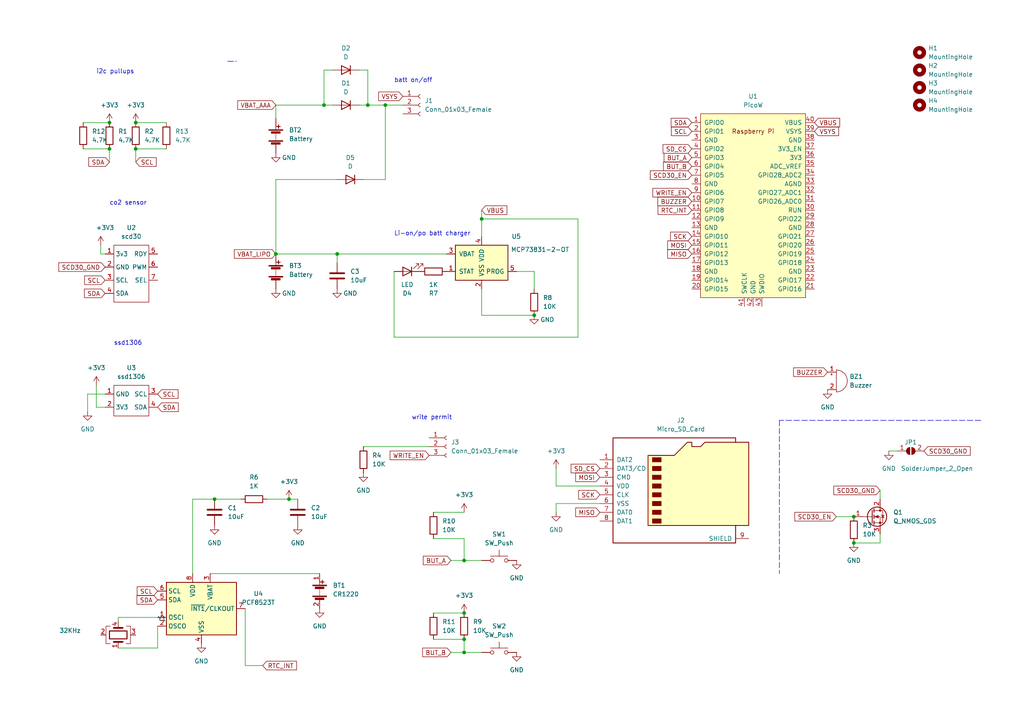
<source format=kicad_sch>
(kicad_sch (version 20211123) (generator eeschema)
  (paper "A4")
  (lib_symbols
    (symbol "Battery_1" (pin_names (offset 0) hide)
      (property "Reference" "BT" (at 2.54 2.54 0))
      (property "Value" "Battery_1" (at 2.54 0 0))
      (symbol "Battery_1_0_1"
        (rectangle (start -2.032 -1.397) (end 2.032 -1.651) (fill (type outline)))
        (rectangle (start -2.032 1.778) (end 2.032 1.524) (fill (type outline)))
        (rectangle (start -1.3208 -1.9812) (end 1.27 -2.4892) (fill (type outline)))
        (rectangle (start -1.3208 1.1938) (end 1.27 0.6858) (fill (type outline)))
        (polyline (pts (xy 0 -1.524) (xy 0 -1.27)))
        (polyline (pts (xy 0 -1.016) (xy 0 -0.762)))
        (polyline (pts (xy 0 -0.508) (xy 0 -0.254)))
        (polyline (pts (xy 0 0) (xy 0 0.254)))
        (polyline (pts (xy 0 0.508) (xy 0 0.762)))
        (polyline (pts (xy 0 1.778) (xy 0 2.54)))
        (polyline (pts (xy 0.254 2.667) (xy 1.27 2.667)) (stroke (width 0.254)))
        (polyline (pts (xy 0.762 3.175) (xy 0.762 2.159)) (stroke (width 0.254)))
      )
      (symbol "Battery_1_1_1"
        (pin passive line (at 0 5.08 270) (length 2.54) (name "+") (number "1"))
        (pin passive line (at 0 -5.08 90) (length 2.54) (name "-") (number "2"))
      )
    )
    (symbol "Battery_Management:MCP73831-2-OT" (pin_names (offset 1.016))
      (property "Reference" "U" (at -7.62 6.35 0))
      (property "Value" "MCP73831-2-OT" (at 1.27 6.35 0))
      (symbol "MCP73831-2-OT_0_1"
        (rectangle (start -7.62 5.08) (end 7.62 -5.08) (stroke (width 0.254)) (fill (type background)))
      )
      (symbol "MCP73831-2-OT_1_1"
        (pin output line (at 10.16 -2.54 180) (length 2.54) (name "STAT") (number "1"))
        (pin power_in line (at 0 -7.62 90) (length 2.54) (name "VSS") (number "2"))
        (pin power_out line (at 10.16 2.54 180) (length 2.54) (name "VBAT") (number "3"))
        (pin power_in line (at 0 7.62 270) (length 2.54) (name "VDD") (number "4"))
        (pin input line (at -10.16 -2.54 0) (length 2.54) (name "PROG") (number "5"))
      )
    )
    (symbol "Connector:Conn_01x03_Female" (pin_names (offset 1.016) hide)
      (property "Reference" "J" (at 0 5.08 0))
      (property "Value" "Conn_01x03_Female" (at 0 -5.08 0))
      (symbol "Conn_01x03_Female_1_1"
        (arc (start 0 -2.032) (mid -0.508 -2.54) (end 0 -3.048) (stroke (width 0.1524)))
        (polyline (pts (xy -1.27 -2.54) (xy -0.508 -2.54)) (stroke (width 0.1524)))
        (polyline (pts (xy -1.27 0) (xy -0.508 0)) (stroke (width 0.1524)))
        (polyline (pts (xy -1.27 2.54) (xy -0.508 2.54)) (stroke (width 0.1524)))
        (arc (start 0 0.508) (mid -0.508 0) (end 0 -0.508) (stroke (width 0.1524)))
        (arc (start 0 3.048) (mid -0.508 2.54) (end 0 2.032) (stroke (width 0.1524)))
        (pin passive line (at -5.08 2.54 0) (length 3.81) (name "Pin_1") (number "1"))
        (pin passive line (at -5.08 0 0) (length 3.81) (name "Pin_2") (number "2"))
        (pin passive line (at -5.08 -2.54 0) (length 3.81) (name "Pin_3") (number "3"))
      )
    )
    (symbol "Connector:Micro_SD_Card" (pin_names (offset 1.016))
      (property "Reference" "J" (at -16.51 15.24 0))
      (property "Value" "Micro_SD_Card" (at 16.51 15.24 0))
      (symbol "Micro_SD_Card_0_1"
        (rectangle (start -7.62 -9.525) (end -5.08 -10.795) (fill (type outline)))
        (rectangle (start -7.62 -6.985) (end -5.08 -8.255) (fill (type outline)))
        (rectangle (start -7.62 -4.445) (end -5.08 -5.715) (fill (type outline)))
        (rectangle (start -7.62 -1.905) (end -5.08 -3.175) (fill (type outline)))
        (rectangle (start -7.62 0.635) (end -5.08 -0.635) (fill (type outline)))
        (rectangle (start -7.62 3.175) (end -5.08 1.905) (fill (type outline)))
        (rectangle (start -7.62 5.715) (end -5.08 4.445) (fill (type outline)))
        (rectangle (start -7.62 8.255) (end -5.08 6.985) (fill (type outline)))
        (polyline (pts (xy 16.51 12.7) (xy 16.51 13.97) (xy -19.05 13.97) (xy -19.05 -16.51) (xy 16.51 -16.51) (xy 16.51 -11.43)) (stroke (width 0.254)))
        (polyline (pts (xy -8.89 -11.43) (xy -8.89 8.89) (xy -1.27 8.89) (xy 2.54 12.7) (xy 3.81 12.7) (xy 3.81 11.43) (xy 6.35 11.43) (xy 7.62 12.7) (xy 20.32 12.7) (xy 20.32 -11.43) (xy -8.89 -11.43)) (stroke (width 0.254)) (fill (type background)))
      )
      (symbol "Micro_SD_Card_1_1"
        (pin bidirectional line (at -22.86 7.62 0) (length 3.81) (name "DAT2") (number "1"))
        (pin bidirectional line (at -22.86 5.08 0) (length 3.81) (name "DAT3/CD") (number "2"))
        (pin input line (at -22.86 2.54 0) (length 3.81) (name "CMD") (number "3"))
        (pin power_in line (at -22.86 0 0) (length 3.81) (name "VDD") (number "4"))
        (pin input line (at -22.86 -2.54 0) (length 3.81) (name "CLK") (number "5"))
        (pin power_in line (at -22.86 -5.08 0) (length 3.81) (name "VSS") (number "6"))
        (pin bidirectional line (at -22.86 -7.62 0) (length 3.81) (name "DAT0") (number "7"))
        (pin bidirectional line (at -22.86 -10.16 0) (length 3.81) (name "DAT1") (number "8"))
        (pin passive line (at 20.32 -15.24 180) (length 3.81) (name "SHIELD") (number "9"))
      )
    )
    (symbol "Device:Battery" (pin_numbers hide) (pin_names (offset 0) hide)
      (property "Reference" "BT" (at 2.54 2.54 0))
      (property "Value" "Battery" (at 2.54 0 0))
      (symbol "Battery_0_1"
        (rectangle (start -2.032 -1.397) (end 2.032 -1.651) (fill (type outline)))
        (rectangle (start -2.032 1.778) (end 2.032 1.524) (fill (type outline)))
        (rectangle (start -1.3208 -1.9812) (end 1.27 -2.4892) (fill (type outline)))
        (rectangle (start -1.3208 1.1938) (end 1.27 0.6858) (fill (type outline)))
        (polyline (pts (xy 0 -1.524) (xy 0 -1.27)))
        (polyline (pts (xy 0 -1.016) (xy 0 -0.762)))
        (polyline (pts (xy 0 -0.508) (xy 0 -0.254)))
        (polyline (pts (xy 0 0) (xy 0 0.254)))
        (polyline (pts (xy 0 0.508) (xy 0 0.762)))
        (polyline (pts (xy 0 1.778) (xy 0 2.54)))
        (polyline (pts (xy 0.254 2.667) (xy 1.27 2.667)) (stroke (width 0.254)))
        (polyline (pts (xy 0.762 3.175) (xy 0.762 2.159)) (stroke (width 0.254)))
      )
      (symbol "Battery_1_1"
        (pin passive line (at 0 5.08 270) (length 2.54) (name "+") (number "1"))
        (pin passive line (at 0 -5.08 90) (length 2.54) (name "-") (number "2"))
      )
    )
    (symbol "Device:Buzzer" (pin_names (offset 0.0254) hide)
      (property "Reference" "BZ" (at 3.81 1.27 0))
      (property "Value" "Buzzer" (at 3.81 -1.27 0))
      (symbol "Buzzer_0_1"
        (arc (start 0 -3.175) (mid 3.175 0) (end 0 3.175))
        (polyline (pts (xy -1.651 1.905) (xy -1.143 1.905)))
        (polyline (pts (xy -1.397 2.159) (xy -1.397 1.651)))
        (polyline (pts (xy 0 3.175) (xy 0 -3.175)))
      )
      (symbol "Buzzer_1_1"
        (pin passive line (at -2.54 2.54 0) (length 2.54) (name "-") (number "1"))
        (pin passive line (at -2.54 -2.54 0) (length 2.54) (name "+") (number "2"))
      )
    )
    (symbol "Device:C" (pin_numbers hide) (pin_names (offset 0.254))
      (property "Reference" "C" (at 0.635 2.54 0))
      (property "Value" "C" (at 0.635 -2.54 0))
      (symbol "C_0_1"
        (polyline (pts (xy -2.032 -0.762) (xy 2.032 -0.762)) (stroke (width 0.508)))
        (polyline (pts (xy -2.032 0.762) (xy 2.032 0.762)) (stroke (width 0.508)))
      )
      (symbol "C_1_1"
        (pin passive line (at 0 3.81 270) (length 2.794) (name "~") (number "1"))
        (pin passive line (at 0 -3.81 90) (length 2.794) (name "~") (number "2"))
      )
    )
    (symbol "Device:Crystal_GND23" (pin_names (offset 1.016) hide)
      (property "Reference" "Y" (at 3.175 5.08 0))
      (property "Value" "Crystal_GND23" (at 3.175 3.175 0))
      (symbol "Crystal_GND23_0_1"
        (rectangle (start -1.143 2.54) (end 1.143 -2.54) (stroke (width 0.3048)))
        (polyline (pts (xy -2.54 0) (xy -2.032 0)))
        (polyline (pts (xy -2.032 -1.27) (xy -2.032 1.27)) (stroke (width 0.508)))
        (polyline (pts (xy 0 -3.81) (xy 0 -3.556)))
        (polyline (pts (xy 0 3.556) (xy 0 3.81)))
        (polyline (pts (xy 2.032 -1.27) (xy 2.032 1.27)) (stroke (width 0.508)))
        (polyline (pts (xy 2.032 0) (xy 2.54 0)))
        (polyline (pts (xy -2.54 -2.286) (xy -2.54 -3.556) (xy 2.54 -3.556) (xy 2.54 -2.286)))
        (polyline (pts (xy -2.54 2.286) (xy -2.54 3.556) (xy 2.54 3.556) (xy 2.54 2.286)))
      )
      (symbol "Crystal_GND23_1_1"
        (pin passive line (at -3.81 0 0) (length 1.27) (name "1") (number "1"))
        (pin passive line (at 0 5.08 270) (length 1.27) (name "2") (number "2"))
        (pin passive line (at 0 -5.08 90) (length 1.27) (name "3") (number "3"))
        (pin passive line (at 3.81 0 180) (length 1.27) (name "4") (number "4"))
      )
    )
    (symbol "Device:D" (pin_numbers hide) (pin_names (offset 1.016) hide)
      (property "Reference" "D" (at 0 2.54 0))
      (property "Value" "D" (at 0 -2.54 0))
      (symbol "D_0_1"
        (polyline (pts (xy -1.27 1.27) (xy -1.27 -1.27)) (stroke (width 0.254)))
        (polyline (pts (xy 1.27 0) (xy -1.27 0)))
        (polyline (pts (xy 1.27 1.27) (xy 1.27 -1.27) (xy -1.27 0) (xy 1.27 1.27)) (stroke (width 0.254)))
      )
      (symbol "D_1_1"
        (pin passive line (at -3.81 0 0) (length 2.54) (name "K") (number "1"))
        (pin passive line (at 3.81 0 180) (length 2.54) (name "A") (number "2"))
      )
    )
    (symbol "Device:LED" (pin_numbers hide) (pin_names (offset 1.016) hide)
      (property "Reference" "D" (at 0 2.54 0))
      (property "Value" "LED" (at 0 -2.54 0))
      (symbol "LED_0_1"
        (polyline (pts (xy -1.27 -1.27) (xy -1.27 1.27)) (stroke (width 0.254)))
        (polyline (pts (xy -1.27 0) (xy 1.27 0)))
        (polyline (pts (xy 1.27 -1.27) (xy 1.27 1.27) (xy -1.27 0) (xy 1.27 -1.27)) (stroke (width 0.254)))
        (polyline (pts (xy -3.048 -0.762) (xy -4.572 -2.286) (xy -3.81 -2.286) (xy -4.572 -2.286) (xy -4.572 -1.524)))
        (polyline (pts (xy -1.778 -0.762) (xy -3.302 -2.286) (xy -2.54 -2.286) (xy -3.302 -2.286) (xy -3.302 -1.524)))
      )
      (symbol "LED_1_1"
        (pin passive line (at -3.81 0 0) (length 2.54) (name "K") (number "1"))
        (pin passive line (at 3.81 0 180) (length 2.54) (name "A") (number "2"))
      )
    )
    (symbol "Device:Q_NMOS_GDS" (pin_names (offset 0) hide)
      (property "Reference" "Q" (at 5.08 1.27 0))
      (property "Value" "Q_NMOS_GDS" (at 5.08 -1.27 0))
      (symbol "Q_NMOS_GDS_0_1"
        (polyline (pts (xy 0.254 0) (xy -2.54 0)))
        (polyline (pts (xy 0.254 1.905) (xy 0.254 -1.905)) (stroke (width 0.254)))
        (polyline (pts (xy 0.762 -1.27) (xy 0.762 -2.286)) (stroke (width 0.254)))
        (polyline (pts (xy 0.762 0.508) (xy 0.762 -0.508)) (stroke (width 0.254)))
        (polyline (pts (xy 0.762 2.286) (xy 0.762 1.27)) (stroke (width 0.254)))
        (polyline (pts (xy 2.54 2.54) (xy 2.54 1.778)))
        (polyline (pts (xy 2.54 -2.54) (xy 2.54 0) (xy 0.762 0)))
        (polyline (pts (xy 0.762 -1.778) (xy 3.302 -1.778) (xy 3.302 1.778) (xy 0.762 1.778)))
        (polyline (pts (xy 1.016 0) (xy 2.032 0.381) (xy 2.032 -0.381) (xy 1.016 0)) (fill (type outline)))
        (polyline (pts (xy 2.794 0.508) (xy 2.921 0.381) (xy 3.683 0.381) (xy 3.81 0.254)))
        (polyline (pts (xy 3.302 0.381) (xy 2.921 -0.254) (xy 3.683 -0.254) (xy 3.302 0.381)))
        (circle (center 1.651 0) (radius 2.794) (stroke (width 0.254)))
        (circle (center 2.54 -1.778) (radius 0.254) (fill (type outline)))
        (circle (center 2.54 1.778) (radius 0.254) (fill (type outline)))
      )
      (symbol "Q_NMOS_GDS_1_1"
        (pin input line (at -5.08 0 0) (length 2.54) (name "G") (number "1"))
        (pin passive line (at 2.54 5.08 270) (length 2.54) (name "D") (number "2"))
        (pin passive line (at 2.54 -5.08 90) (length 2.54) (name "S") (number "3"))
      )
    )
    (symbol "Device:R" (pin_numbers hide) (pin_names (offset 0))
      (property "Reference" "R" (at 2.032 0 90))
      (property "Value" "R" (at 0 0 90))
      (symbol "R_0_1"
        (rectangle (start -1.016 -2.54) (end 1.016 2.54) (stroke (width 0.254)))
      )
      (symbol "R_1_1"
        (pin passive line (at 0 3.81 270) (length 1.27) (name "~") (number "1"))
        (pin passive line (at 0 -3.81 90) (length 1.27) (name "~") (number "2"))
      )
    )
    (symbol "Jumper:SolderJumper_2_Open" (pin_names (offset 0) hide)
      (property "Reference" "JP" (at 0 2.032 0))
      (property "Value" "SolderJumper_2_Open" (at 0 -2.54 0))
      (symbol "SolderJumper_2_Open_0_1"
        (arc (start -0.254 1.016) (mid -1.27 0) (end -0.254 -1.016))
        (arc (start -0.254 1.016) (mid -1.27 0) (end -0.254 -1.016) (fill (type outline)))
        (polyline (pts (xy -0.254 1.016) (xy -0.254 -1.016)))
        (polyline (pts (xy 0.254 1.016) (xy 0.254 -1.016)))
        (arc (start 0.254 -1.016) (mid 1.27 0) (end 0.254 1.016))
        (arc (start 0.254 -1.016) (mid 1.27 0) (end 0.254 1.016) (fill (type outline)))
      )
      (symbol "SolderJumper_2_Open_1_1"
        (pin passive line (at -3.81 0 0) (length 2.54) (name "A") (number "1"))
        (pin passive line (at 3.81 0 180) (length 2.54) (name "B") (number "2"))
      )
    )
    (symbol "Mechanical:MountingHole" (pin_names (offset 1.016))
      (property "Reference" "H" (at 0 5.08 0))
      (property "Value" "MountingHole" (at 0 3.175 0))
      (symbol "MountingHole_0_1"
        (circle (center 0 0) (radius 1.27) (stroke (width 1.27)))
      )
    )
    (symbol "RPi_Pico:PicoW" (pin_names (offset 1.016))
      (property "Reference" "U" (at -13.97 27.94 0))
      (property "Value" "PicoW" (at 0 19.05 0))
      (symbol "PicoW_0_0"
        (text "Raspberry Pi" (at 0 21.59 0) (effects (font (size 1.27 1.27))))
      )
      (symbol "PicoW_0_1"
        (rectangle (start -15.24 26.67) (end 15.24 -26.67) (fill (type background)))
      )
      (symbol "PicoW_1_1"
        (pin bidirectional line (at -17.78 24.13 0) (length 2.54) (name "GPIO0") (number "1"))
        (pin bidirectional line (at -17.78 1.27 0) (length 2.54) (name "GPIO7") (number "10"))
        (pin bidirectional line (at -17.78 -1.27 0) (length 2.54) (name "GPIO8") (number "11"))
        (pin bidirectional line (at -17.78 -3.81 0) (length 2.54) (name "GPIO9") (number "12"))
        (pin power_in line (at -17.78 -6.35 0) (length 2.54) (name "GND") (number "13"))
        (pin bidirectional line (at -17.78 -8.89 0) (length 2.54) (name "GPIO10") (number "14"))
        (pin bidirectional line (at -17.78 -11.43 0) (length 2.54) (name "GPIO11") (number "15"))
        (pin bidirectional line (at -17.78 -13.97 0) (length 2.54) (name "GPIO12") (number "16"))
        (pin bidirectional line (at -17.78 -16.51 0) (length 2.54) (name "GPIO13") (number "17"))
        (pin power_in line (at -17.78 -19.05 0) (length 2.54) (name "GND") (number "18"))
        (pin bidirectional line (at -17.78 -21.59 0) (length 2.54) (name "GPIO14") (number "19"))
        (pin bidirectional line (at -17.78 21.59 0) (length 2.54) (name "GPIO1") (number "2"))
        (pin bidirectional line (at -17.78 -24.13 0) (length 2.54) (name "GPIO15") (number "20"))
        (pin bidirectional line (at 17.78 -24.13 180) (length 2.54) (name "GPIO16") (number "21"))
        (pin bidirectional line (at 17.78 -21.59 180) (length 2.54) (name "GPIO17") (number "22"))
        (pin power_in line (at 17.78 -19.05 180) (length 2.54) (name "GND") (number "23"))
        (pin bidirectional line (at 17.78 -16.51 180) (length 2.54) (name "GPIO18") (number "24"))
        (pin bidirectional line (at 17.78 -13.97 180) (length 2.54) (name "GPIO19") (number "25"))
        (pin bidirectional line (at 17.78 -11.43 180) (length 2.54) (name "GPIO20") (number "26"))
        (pin bidirectional line (at 17.78 -8.89 180) (length 2.54) (name "GPIO21") (number "27"))
        (pin power_in line (at 17.78 -6.35 180) (length 2.54) (name "GND") (number "28"))
        (pin bidirectional line (at 17.78 -3.81 180) (length 2.54) (name "GPIO22") (number "29"))
        (pin power_in line (at -17.78 19.05 0) (length 2.54) (name "GND") (number "3"))
        (pin input line (at 17.78 -1.27 180) (length 2.54) (name "RUN") (number "30"))
        (pin bidirectional line (at 17.78 1.27 180) (length 2.54) (name "GPIO26_ADC0") (number "31"))
        (pin bidirectional line (at 17.78 3.81 180) (length 2.54) (name "GPIO27_ADC1") (number "32"))
        (pin power_in line (at 17.78 6.35 180) (length 2.54) (name "AGND") (number "33"))
        (pin bidirectional line (at 17.78 8.89 180) (length 2.54) (name "GPIO28_ADC2") (number "34"))
        (pin unspecified line (at 17.78 11.43 180) (length 2.54) (name "ADC_VREF") (number "35"))
        (pin unspecified line (at 17.78 13.97 180) (length 2.54) (name "3V3") (number "36"))
        (pin input line (at 17.78 16.51 180) (length 2.54) (name "3V3_EN") (number "37"))
        (pin bidirectional line (at 17.78 19.05 180) (length 2.54) (name "GND") (number "38"))
        (pin unspecified line (at 17.78 21.59 180) (length 2.54) (name "VSYS") (number "39"))
        (pin bidirectional line (at -17.78 16.51 0) (length 2.54) (name "GPIO2") (number "4"))
        (pin unspecified line (at 17.78 24.13 180) (length 2.54) (name "VBUS") (number "40"))
        (pin input line (at -2.54 -29.21 90) (length 2.54) (name "SWCLK") (number "41"))
        (pin power_in line (at 0 -29.21 90) (length 2.54) (name "GND") (number "42"))
        (pin bidirectional line (at 2.54 -29.21 90) (length 2.54) (name "SWDIO") (number "43"))
        (pin bidirectional line (at -17.78 13.97 0) (length 2.54) (name "GPIO3") (number "5"))
        (pin bidirectional line (at -17.78 11.43 0) (length 2.54) (name "GPIO4") (number "6"))
        (pin bidirectional line (at -17.78 8.89 0) (length 2.54) (name "GPIO5") (number "7"))
        (pin power_in line (at -17.78 6.35 0) (length 2.54) (name "GND") (number "8"))
        (pin bidirectional line (at -17.78 3.81 0) (length 2.54) (name "GPIO6") (number "9"))
      )
    )
    (symbol "Switch:SW_Push" (pin_numbers hide) (pin_names (offset 1.016) hide)
      (property "Reference" "SW" (at 1.27 2.54 0))
      (property "Value" "SW_Push" (at 0 -1.524 0))
      (symbol "SW_Push_0_1"
        (circle (center -2.032 0) (radius 0.508))
        (polyline (pts (xy 0 1.27) (xy 0 3.048)))
        (polyline (pts (xy 2.54 1.27) (xy -2.54 1.27)))
        (circle (center 2.032 0) (radius 0.508))
        (pin passive line (at -5.08 0 0) (length 2.54) (name "1") (number "1"))
        (pin passive line (at 5.08 0 180) (length 2.54) (name "2") (number "2"))
      )
    )
    (symbol "Timer_RTC:PCF8523T"
      (property "Reference" "U" (at -10.16 8.89 0))
      (property "Value" "PCF8523T" (at 3.81 8.89 0))
      (symbol "PCF8523T_0_1"
        (rectangle (start -10.16 7.62) (end 10.16 -7.62) (stroke (width 0.254)) (fill (type background)))
      )
      (symbol "PCF8523T_1_1"
        (pin input line (at -12.7 -2.54 0) (length 2.54) (name "OSCI") (number "1"))
        (pin output line (at -12.7 -5.08 0) (length 2.54) (name "OSCO") (number "2"))
        (pin power_in line (at 2.54 10.16 270) (length 2.54) (name "VBAT") (number "3"))
        (pin power_in line (at 0 -10.16 90) (length 2.54) (name "VSS") (number "4"))
        (pin bidirectional line (at -12.7 2.54 0) (length 2.54) (name "SDA") (number "5"))
        (pin input line (at -12.7 5.08 0) (length 2.54) (name "SCL") (number "6"))
        (pin open_collector line (at 12.7 0 180) (length 2.54) (name "~{INT1}/CLKOUT") (number "7"))
        (pin power_in line (at -2.54 10.16 270) (length 2.54) (name "VDD") (number "8"))
      )
    )
    (symbol "picoco2:ssd1306"
      (property "Reference" "U" (at 0 0 0))
      (property "Value" "ssd1306" (at 0 0 0))
      (symbol "ssd1306_0_1"
        (rectangle (start 3.81 -1.27) (end -6.35 -10.16))
      )
      (symbol "ssd1306_1_1"
        (pin input line (at -8.89 -3.81 0) (length 2.54) (name "GND") (number "1"))
        (pin input line (at -8.89 -7.62 0) (length 2.54) (name "3V3") (number "2"))
        (pin input line (at 6.35 -3.81 180) (length 2.54) (name "SCL") (number "3"))
        (pin input line (at 6.35 -7.62 180) (length 2.54) (name "SDA") (number "4"))
      )
    )
    (symbol "power:+3V3" (power) (pin_names (offset 0))
      (property "Value" "+3V3" (at 0 3.556 0))
      (symbol "+3V3_0_1"
        (polyline (pts (xy -0.762 1.27) (xy 0 2.54)))
        (polyline (pts (xy 0 0) (xy 0 2.54)))
        (polyline (pts (xy 0 2.54) (xy 0.762 1.27)))
      )
      (symbol "+3V3_1_1"
        (pin power_in line (at 0 0 90) (length 0) hide (name "+3V3") (number "1"))
      )
    )
    (symbol "power:GND" (power) (pin_names (offset 0))
      (property "Value" "GND" (at 0 -3.81 0))
      (symbol "GND_0_1"
        (polyline (pts (xy 0 0) (xy 0 -1.27) (xy 1.27 -1.27) (xy 0 -2.54) (xy -1.27 -1.27) (xy 0 -1.27)))
      )
      (symbol "GND_1_1"
        (pin power_in line (at 0 0 270) (length 0) hide (name "GND") (number "1"))
      )
    )
    (symbol "scd30:scd30"
      (property "Reference" "U" (at 1.27 3.81 0))
      (property "Value" "scd30" (at 1.27 6.35 0))
      (symbol "scd30_0_1"
        (rectangle (start -3.81 2.54) (end 6.35 -13.97))
      )
      (symbol "scd30_1_1"
        (pin input line (at -6.35 0 0) (length 2.54) (name "3v3") (number "1"))
        (pin input line (at -6.35 -3.81 0) (length 2.54) (name "GND") (number "2"))
        (pin input line (at -6.35 -7.62 0) (length 2.54) (name "SCL") (number "3"))
        (pin input line (at -6.35 -11.43 0) (length 2.54) (name "SDA") (number "4"))
        (pin input line (at 8.89 0 180) (length 2.54) (name "RDY") (number "5"))
        (pin input line (at 8.89 -3.81 180) (length 2.54) (name "PWM") (number "6"))
        (pin input line (at 8.89 -7.62 180) (length 2.54) (name "SEL") (number "7"))
      )
    )
  )
  (junction (at 97.79 73.66))
  (junction (at 139.7 63.5))
  (junction (at 247.65 149.86))
  (junction (at 134.62 189.23))
  (junction (at 31.75 43.18))
  (junction (at 39.37 35.56))
  (junction (at 62.23 144.78))
  (junction (at 154.94 91.44))
  (junction (at 134.62 162.56))
  (junction (at 31.75 35.56))
  (junction (at 80.01 73.66))
  (junction (at 134.62 185.42))
  (junction (at 247.65 157.48))
  (junction (at 93.98 30.48))
  (junction (at 39.37 43.18))
  (junction (at 111.76 30.48))
  (junction (at 83.82 144.78))
  (junction (at 106.68 30.48))
  (junction (at 134.62 177.8))
  (wire (pts (xy 93.98 30.48) (xy 96.52 30.48)))
  (wire (pts (xy 31.75 43.18) (xy 31.75 46.99)))
  (wire (pts (xy 39.37 43.18) (xy 39.37 46.99)))
  (wire (pts (xy 173.99 140.97) (xy 161.29 140.97)))
  (wire (pts (xy 134.62 185.42) (xy 134.62 189.23)))
  (wire (pts (xy 134.62 189.23) (xy 139.7 189.23)))
  (wire (pts (xy 97.79 73.66) (xy 97.79 76.2)))
  (wire (pts (xy 130.81 162.56) (xy 134.62 162.56)))
  (wire (pts (xy 106.68 30.48) (xy 111.76 30.48)))
  (wire (pts (xy 83.82 144.78) (xy 86.36 144.78)))
  (wire (pts (xy 104.14 20.32) (xy 106.68 20.32)))
  (wire (pts (xy 27.94 111.76) (xy 27.94 118.11)))
  (wire (pts (xy 255.27 157.48) (xy 255.27 154.94)))
  (wire (pts (xy 62.23 144.78) (xy 55.88 144.78)))
  (wire (pts (xy 255.27 142.24) (xy 255.27 144.78)))
  (wire (pts (xy 93.98 20.32) (xy 93.98 30.48)))
  (wire (pts (xy 34.29 187.96) (xy 45.72 187.96)))
  (wire (pts (xy 167.64 97.79) (xy 167.64 63.5)))
  (wire (pts (xy 154.94 78.74) (xy 154.94 83.82)))
  (wire (pts (xy 45.72 179.07) (xy 34.29 179.07)))
  (wire (pts (xy 149.86 78.74) (xy 154.94 78.74)))
  (wire (pts (xy 60.96 166.37) (xy 92.71 166.37)))
  (wire (pts (xy 80.01 52.07) (xy 80.01 73.66)))
  (wire (pts (xy 105.41 129.54) (xy 124.46 129.54)))
  (wire (pts (xy 105.41 52.07) (xy 111.76 52.07)))
  (wire (pts (xy 34.29 179.07) (xy 34.29 180.34)))
  (wire (pts (xy 130.81 189.23) (xy 134.62 189.23)))
  (wire (pts (xy 242.57 149.86) (xy 247.65 149.86)))
  (polyline (pts (xy 284.48 121.92) (xy 226.06 121.92)))
  (wire (pts (xy 125.73 148.59) (xy 134.62 148.59)))
  (polyline (pts (xy 66.04 17.78) (xy 68.58 17.78)))
  (wire (pts (xy 111.76 52.07) (xy 111.76 30.48)))
  (wire (pts (xy 25.4 114.3) (xy 25.4 119.38)))
  (wire (pts (xy 125.73 177.8) (xy 134.62 177.8)))
  (wire (pts (xy 114.3 78.74) (xy 114.3 97.79)))
  (wire (pts (xy 29.21 71.12) (xy 29.21 73.66)))
  (wire (pts (xy 167.64 63.5) (xy 139.7 63.5)))
  (wire (pts (xy 104.14 30.48) (xy 106.68 30.48)))
  (wire (pts (xy 80.01 73.66) (xy 97.79 73.66)))
  (wire (pts (xy 97.79 73.66) (xy 129.54 73.66)))
  (wire (pts (xy 39.37 43.18) (xy 48.26 43.18)))
  (wire (pts (xy 80.01 52.07) (xy 97.79 52.07)))
  (wire (pts (xy 30.48 114.3) (xy 25.4 114.3)))
  (wire (pts (xy 125.73 185.42) (xy 134.62 185.42)))
  (wire (pts (xy 30.48 73.66) (xy 29.21 73.66)))
  (wire (pts (xy 45.72 187.96) (xy 45.72 181.61)))
  (wire (pts (xy 30.48 118.11) (xy 27.94 118.11)))
  (wire (pts (xy 161.29 146.05) (xy 161.29 148.59)))
  (wire (pts (xy 24.13 43.18) (xy 31.75 43.18)))
  (wire (pts (xy 62.23 144.78) (xy 69.85 144.78)))
  (wire (pts (xy 111.76 30.48) (xy 116.84 30.48)))
  (wire (pts (xy 39.37 35.56) (xy 48.26 35.56)))
  (wire (pts (xy 24.13 35.56) (xy 31.75 35.56)))
  (wire (pts (xy 139.7 83.82) (xy 139.7 91.44)))
  (wire (pts (xy 257.81 130.81) (xy 260.35 130.81)))
  (wire (pts (xy 125.73 156.21) (xy 134.62 156.21)))
  (wire (pts (xy 139.7 91.44) (xy 154.94 91.44)))
  (wire (pts (xy 55.88 144.78) (xy 55.88 166.37)))
  (wire (pts (xy 77.47 144.78) (xy 83.82 144.78)))
  (wire (pts (xy 139.7 63.5) (xy 139.7 68.58)))
  (wire (pts (xy 106.68 20.32) (xy 106.68 30.48)))
  (wire (pts (xy 71.12 176.53) (xy 71.12 193.04)))
  (wire (pts (xy 173.99 146.05) (xy 161.29 146.05)))
  (wire (pts (xy 134.62 156.21) (xy 134.62 162.56)))
  (wire (pts (xy 134.62 162.56) (xy 139.7 162.56)))
  (wire (pts (xy 80.01 30.48) (xy 93.98 30.48)))
  (wire (pts (xy 247.65 157.48) (xy 255.27 157.48)))
  (wire (pts (xy 139.7 60.96) (xy 139.7 63.5)))
  (wire (pts (xy 161.29 140.97) (xy 161.29 135.89)))
  (wire (pts (xy 96.52 20.32) (xy 93.98 20.32)))
  (wire (pts (xy 80.01 30.48) (xy 80.01 34.29)))
  (wire (pts (xy 71.12 193.04) (xy 76.2 193.04)))
  (wire (pts (xy 114.3 97.79) (xy 167.64 97.79)))
  (polyline (pts (xy 226.06 121.92) (xy 226.06 166.37)))
  (text "i2c pullups" (at 27.94 21.59 0) (effects (font (size 1.27 1.27)) (justify left bottom)))
  (text "write permit" (at 119.38 121.92 0) (effects (font (size 1.27 1.27)) (justify left bottom)))
  (text "batt on/off" (at 114.3 24.13 0) (effects (font (size 1.27 1.27)) (justify left bottom)))
  (text "Li-on/po batt charger" (at 114.3 68.58 0) (effects (font (size 1.27 1.27)) (justify left bottom)))
  (text "co2 sensor" (at 31.75 59.69 0) (effects (font (size 1.27 1.27)) (justify left bottom)))
  (text "ssd1306" (at 33.02 100.33 0) (effects (font (size 1.27 1.27)) (justify left bottom)))
  (global_label "SCL" (shape input) (at 45.72 171.45 180) (property "Intersheet References" "${INTERSHEET_REFS}" (effects hide)))
  (global_label "BUT_A" (shape input) (at 200.66 45.72 180) (property "Intersheet References" "${INTERSHEET_REFS}" (effects hide)))
  (global_label "SCL" (shape input) (at 200.66 38.1 180) (property "Intersheet References" "${INTERSHEET_REFS}" (effects hide)))
  (global_label "SCL" (shape input) (at 39.37 46.99 0) (property "Intersheet References" "${INTERSHEET_REFS}" (effects hide)))
  (global_label "SCD30_GND" (shape input) (at 255.27 142.24 180) (property "Intersheet References" "${INTERSHEET_REFS}" (effects hide)))
  (global_label "SCL" (shape input) (at 45.72 114.3 0) (property "Intersheet References" "${INTERSHEET_REFS}" (effects hide)))
  (global_label "BUZZER" (shape input) (at 240.03 107.95 180) (property "Intersheet References" "${INTERSHEET_REFS}" (effects hide)))
  (global_label "SDA" (shape input) (at 31.75 46.99 180) (property "Intersheet References" "${INTERSHEET_REFS}" (effects hide)))
  (global_label "MISO" (shape input) (at 173.99 148.59 180) (property "Intersheet References" "${INTERSHEET_REFS}" (effects hide)))
  (global_label "SCK" (shape input) (at 200.66 68.58 180) (property "Intersheet References" "${INTERSHEET_REFS}" (effects hide)))
  (global_label "RTC_INT" (shape input) (at 76.2 193.04 0) (property "Intersheet References" "${INTERSHEET_REFS}" (effects hide)))
  (global_label "WRITE_EN" (shape input) (at 124.46 132.08 180) (property "Intersheet References" "${INTERSHEET_REFS}" (effects hide)))
  (global_label "BUT_B" (shape input) (at 130.81 189.23 180) (property "Intersheet References" "${INTERSHEET_REFS}" (effects hide)))
  (global_label "MOSI" (shape input) (at 200.66 71.12 180) (property "Intersheet References" "${INTERSHEET_REFS}" (effects hide)))
  (global_label "MOSI" (shape input) (at 173.99 138.43 180) (property "Intersheet References" "${INTERSHEET_REFS}" (effects hide)))
  (global_label "SCD30_GND" (shape input) (at 267.97 130.81 0) (property "Intersheet References" "${INTERSHEET_REFS}" (effects hide)))
  (global_label "BUT_B" (shape input) (at 200.66 48.26 180) (property "Intersheet References" "${INTERSHEET_REFS}" (effects hide)))
  (global_label "BUT_A" (shape input) (at 130.81 162.56 180) (property "Intersheet References" "${INTERSHEET_REFS}" (effects hide)))
  (global_label "SD_CS" (shape input) (at 200.66 43.18 180) (property "Intersheet References" "${INTERSHEET_REFS}" (effects hide)))
  (global_label "SCD30_EN" (shape input) (at 242.57 149.86 180) (property "Intersheet References" "${INTERSHEET_REFS}" (effects hide)))
  (global_label "SDA" (shape input) (at 30.48 85.09 180) (property "Intersheet References" "${INTERSHEET_REFS}" (effects hide)))
  (global_label "SCD30_EN" (shape input) (at 200.66 50.8 180) (property "Intersheet References" "${INTERSHEET_REFS}" (effects hide)))
  (global_label "VBUS" (shape input) (at 139.7 60.96 0) (property "Intersheet References" "${INTERSHEET_REFS}" (effects hide)))
  (global_label "VSYS" (shape input) (at 236.22 38.1 0) (property "Intersheet References" "${INTERSHEET_REFS}" (effects hide)))
  (global_label "SCD30_GND" (shape input) (at 30.48 77.47 180) (property "Intersheet References" "${INTERSHEET_REFS}" (effects hide)))
  (global_label "WRITE_EN" (shape input) (at 200.66 55.88 180) (property "Intersheet References" "${INTERSHEET_REFS}" (effects hide)))
  (global_label "BUZZER" (shape input) (at 200.66 58.42 180) (property "Intersheet References" "${INTERSHEET_REFS}" (effects hide)))
  (global_label "VSYS" (shape input) (at 116.84 27.94 180) (property "Intersheet References" "${INTERSHEET_REFS}" (effects hide)))
  (global_label "VBAT_AAA" (shape input) (at 80.01 30.48 180) (property "Intersheet References" "${INTERSHEET_REFS}" (effects hide)))
  (global_label "SDA" (shape input) (at 45.72 118.11 0) (property "Intersheet References" "${INTERSHEET_REFS}" (effects hide)))
  (global_label "SCK" (shape input) (at 173.99 143.51 180) (property "Intersheet References" "${INTERSHEET_REFS}" (effects hide)))
  (global_label "VBAT_LIPO" (shape input) (at 80.01 73.66 180) (property "Intersheet References" "${INTERSHEET_REFS}" (effects hide)))
  (global_label "SDA" (shape input) (at 200.66 35.56 180) (property "Intersheet References" "${INTERSHEET_REFS}" (effects hide)))
  (global_label "VBUS" (shape input) (at 236.22 35.56 0) (property "Intersheet References" "${INTERSHEET_REFS}" (effects hide)))
  (global_label "SCL" (shape input) (at 30.48 81.28 180) (property "Intersheet References" "${INTERSHEET_REFS}" (effects hide)))
  (global_label "SDA" (shape input) (at 45.72 173.99 180) (property "Intersheet References" "${INTERSHEET_REFS}" (effects hide)))
  (global_label "RTC_INT" (shape input) (at 200.66 60.96 180) (property "Intersheet References" "${INTERSHEET_REFS}" (effects hide)))
  (global_label "SD_CS" (shape input) (at 173.99 135.89 180) (property "Intersheet References" "${INTERSHEET_REFS}" (effects hide)))
  (global_label "MISO" (shape input) (at 200.66 73.66 180) (property "Intersheet References" "${INTERSHEET_REFS}" (effects hide)))
  (symbol (lib_id "Device:R") (at 125.73 181.61 0) (unit 1)
    (property "Reference" "R11" (at 128.27 180.3399 0) (effects (justify left)))
    (property "Value" "10K" (at 128.27 182.8799 0) (effects (justify left)))
    (property "Footprint" "Resistor_THT:R_Axial_DIN0204_L3.6mm_D1.6mm_P7.62mm_Horizontal" (effects hide))
  )
  (symbol (lib_id "Connector:Conn_01x03_Female") (at 121.92 30.48 0) (unit 1)
    (property "Reference" "J1" (at 123.19 29.2099 0) (effects (justify left)))
    (property "Value" "Conn_01x03_Female" (at 123.19 31.7499 0) (effects (justify left)))
    (property "Footprint" "Connector_PinSocket_2.54mm:PinSocket_1x03_P2.54mm_Vertical" (effects hide))
  )
  (symbol (lib_id "Device:Crystal_GND23") (at 34.29 184.15 90) (unit 1)
    (property "Reference" "Y1" (at 46.99 179.451 90))
    (property "Value" "32KHz" (at 20.32 182.88 90))
    (property "Footprint" "Crystal:Crystal_SMD_Abracon_ABS25-4Pin_8.0x3.8mm" (effects hide))
  )
  (symbol (lib_id "power:GND") (at 247.65 157.48 0) (unit 1)
    (property "Reference" "#PWR0122" (effects hide))
    (property "Value" "GND" (at 247.65 162.56 0))
  )
  (symbol (lib_id "power:+3V3") (at 27.94 111.76 0) (unit 1)
    (property "Reference" "#PWR0105" (effects hide))
    (property "Value" "+3V3" (at 27.94 106.68 0))
  )
  (symbol (lib_id "power:+3V3") (at 134.62 148.59 0) (unit 1)
    (property "Reference" "#PWR0121" (effects hide))
    (property "Value" "+3V3" (at 134.62 143.51 0))
  )
  (symbol (lib_id "Mechanical:MountingHole") (at 266.7 20.32 0) (unit 1)
    (property "Reference" "H2" (at 269.24 19.0499 0) (effects (justify left)))
    (property "Value" "MountingHole" (at 269.24 21.5899 0) (effects (justify left)))
    (property "Footprint" "MountingHole:MountingHole_3.2mm_M3" (effects hide))
  )
  (symbol (lib_id "Connector:Micro_SD_Card") (at 196.85 140.97 0) (unit 1)
    (property "Reference" "J2" (at 197.485 121.92 0))
    (property "Value" "Micro_SD_Card" (at 197.485 124.46 0))
    (property "Footprint" "picoco2:DM3D-SF_outline" (effects hide))
    (property "Datasheet" "http://katalog.we-online.de/em/datasheet/693072010801.pdf" (effects hide))
  )
  (symbol (lib_id "Device:D") (at 100.33 20.32 180) (unit 1)
    (property "Reference" "D2" (at 100.33 13.97 0))
    (property "Value" "D" (at 100.33 16.51 0))
    (property "Footprint" "Diode_THT:D_5W_P10.16mm_Horizontal" (effects hide))
  )
  (symbol (lib_id "Device:R") (at 125.73 78.74 90) (unit 1)
    (property "Reference" "R7" (at 125.73 85.09 90))
    (property "Value" "1K" (at 125.73 82.55 90))
    (property "Footprint" "Resistor_SMD:R_0603_1608Metric_Pad0.98x0.95mm_HandSolder" (effects hide))
  )
  (symbol (lib_name "Battery_1") (lib_id "Device:Battery") (at 92.71 171.45 0) (unit 1)
    (property "Reference" "BT1" (at 96.52 169.7989 0) (effects (justify left)))
    (property "Value" "CR1220" (at 96.52 172.3389 0) (effects (justify left)))
    (property "Footprint" "picoco2:CR1220-2" (effects hide))
  )
  (symbol (lib_id "Device:C") (at 62.23 148.59 0) (unit 1)
    (property "Reference" "C1" (at 66.04 147.3199 0) (effects (justify left)))
    (property "Value" "10uF" (at 66.04 149.8599 0) (effects (justify left)))
    (property "Footprint" "Capacitor_SMD:C_0603_1608Metric_Pad1.08x0.95mm_HandSolder" (effects hide))
  )
  (symbol (lib_id "Device:R") (at 154.94 87.63 0) (unit 1)
    (property "Reference" "R8" (at 157.48 86.3599 0) (effects (justify left)))
    (property "Value" "10K" (at 157.48 88.8999 0) (effects (justify left)))
    (property "Footprint" "Resistor_SMD:R_0603_1608Metric_Pad0.98x0.95mm_HandSolder" (effects hide))
  )
  (symbol (lib_id "power:GND") (at 80.01 44.45 0) (unit 1)
    (property "Reference" "#PWR0107" (effects hide))
    (property "Value" "GND" (at 83.82 45.72 0))
  )
  (symbol (lib_id "power:GND") (at 161.29 148.59 0) (unit 1)
    (property "Reference" "#PWR0119" (effects hide))
    (property "Value" "GND" (at 161.29 153.67 0))
  )
  (symbol (lib_id "Device:Q_NMOS_GDS") (at 252.73 149.86 0) (unit 1)
    (property "Reference" "Q1" (at 259.08 148.5899 0) (effects (justify left)))
    (property "Value" "Q_NMOS_GDS" (at 259.08 151.1299 0) (effects (justify left)))
    (property "Footprint" "Package_TO_SOT_SMD:SOT-23" (effects hide))
  )
  (symbol (lib_id "Timer_RTC:PCF8523T") (at 58.42 176.53 0) (unit 1)
    (property "Reference" "U4" (at 74.93 172.1993 0))
    (property "Value" "PCF8523T" (at 74.93 174.7393 0))
    (property "Footprint" "Package_SO:SOIC-8_3.9x4.9mm_P1.27mm" (effects hide))
    (property "Datasheet" "https://www.nxp.com/docs/en/data-sheet/PCF8523.pdf" (effects hide))
  )
  (symbol (lib_id "Device:R") (at 39.37 39.37 0) (unit 1)
    (property "Reference" "R2" (at 41.91 38.0999 0) (effects (justify left)))
    (property "Value" "4.7K" (at 41.91 40.6399 0) (effects (justify left)))
    (property "Footprint" "Resistor_SMD:R_0603_1608Metric_Pad0.98x0.95mm_HandSolder" (effects hide))
  )
  (symbol (lib_id "Device:R") (at 24.13 39.37 0) (unit 1)
    (property "Reference" "R12" (at 26.67 38.0999 0) (effects (justify left)))
    (property "Value" "4.7K" (at 26.67 40.6399 0) (effects (justify left)))
    (property "Footprint" "Resistor_THT:R_Axial_DIN0204_L3.6mm_D1.6mm_P7.62mm_Horizontal" (effects hide))
  )
  (symbol (lib_id "Device:R") (at 31.75 39.37 0) (unit 1)
    (property "Reference" "R1" (at 34.29 38.0999 0) (effects (justify left)))
    (property "Value" "4.7K" (at 34.29 40.6399 0) (effects (justify left)))
    (property "Footprint" "Resistor_SMD:R_0603_1608Metric_Pad0.98x0.95mm_HandSolder" (effects hide))
  )
  (symbol (lib_id "Device:R") (at 48.26 39.37 0) (unit 1)
    (property "Reference" "R13" (at 50.8 38.0999 0) (effects (justify left)))
    (property "Value" "4.7K" (at 50.8 40.6399 0) (effects (justify left)))
    (property "Footprint" "Resistor_THT:R_Axial_DIN0204_L3.6mm_D1.6mm_P7.62mm_Horizontal" (effects hide))
  )
  (symbol (lib_id "power:GND") (at 97.79 83.82 0) (unit 1)
    (property "Reference" "#PWR0113" (effects hide))
    (property "Value" "GND" (at 101.6 85.09 0))
  )
  (symbol (lib_id "Device:Battery") (at 80.01 78.74 0) (unit 1)
    (property "Reference" "BT3" (at 83.82 77.0889 0) (effects (justify left)))
    (property "Value" "Battery" (at 83.82 79.6289 0) (effects (justify left)))
    (property "Footprint" "Connector_JST:JST_PH_S2B-PH-SM4-TB_1x02-1MP_P2.00mm_Horizontal" (effects hide))
  )
  (symbol (lib_id "Device:C") (at 86.36 148.59 0) (unit 1)
    (property "Reference" "C2" (at 90.17 147.3199 0) (effects (justify left)))
    (property "Value" "10uF" (at 90.17 149.8599 0) (effects (justify left)))
    (property "Footprint" "Capacitor_SMD:C_0603_1608Metric_Pad1.08x0.95mm_HandSolder" (effects hide))
  )
  (symbol (lib_id "power:GND") (at 25.4 119.38 0) (unit 1)
    (property "Reference" "#PWR0106" (effects hide))
    (property "Value" "GND" (at 25.4 124.46 0))
  )
  (symbol (lib_id "power:GND") (at 154.94 91.44 0) (unit 1)
    (property "Reference" "#PWR0114" (effects hide))
    (property "Value" "GND" (at 158.75 92.71 0))
  )
  (symbol (lib_id "RPi_Pico:PicoW") (at 218.44 59.69 0) (unit 1)
    (property "Reference" "U1" (at 218.44 27.94 0))
    (property "Value" "PicoW" (at 218.44 30.48 0))
    (property "Footprint" "RPi_Pico:RPi_PicoW_SMD" (effects hide))
  )
  (symbol (lib_id "Device:R") (at 73.66 144.78 90) (unit 1)
    (property "Reference" "R6" (at 73.66 138.43 90))
    (property "Value" "1K" (at 73.66 140.97 90))
    (property "Footprint" "Resistor_SMD:R_0603_1608Metric_Pad0.98x0.95mm_HandSolder" (effects hide))
  )
  (symbol (lib_id "power:GND") (at 149.86 162.56 0) (unit 1)
    (property "Reference" "#PWR0116" (effects hide))
    (property "Value" "GND" (at 149.86 167.64 0))
  )
  (symbol (lib_id "Device:R") (at 247.65 153.67 0) (unit 1)
    (property "Reference" "R3" (at 250.19 152.3999 0) (effects (justify left)))
    (property "Value" "10K" (at 250.19 154.9399 0) (effects (justify left)))
    (property "Footprint" "Resistor_SMD:R_0603_1608Metric_Pad0.98x0.95mm_HandSolder" (effects hide))
  )
  (symbol (lib_id "power:GND") (at 257.81 130.81 0) (unit 1)
    (property "Reference" "#PWR0124" (effects hide))
    (property "Value" "GND" (at 257.81 135.89 0))
  )
  (symbol (lib_id "power:+3V3") (at 161.29 135.89 0) (unit 1)
    (property "Reference" "#PWR0120" (effects hide))
    (property "Value" "+3V3" (at 161.29 130.81 0))
  )
  (symbol (lib_id "scd30:scd30") (at 36.83 73.66 0) (unit 1)
    (property "Reference" "U2" (at 38.1 66.04 0))
    (property "Value" "scd30" (at 38.1 68.58 0))
    (property "Footprint" "picoco2:scd30_a" (effects hide))
  )
  (symbol (lib_id "Mechanical:MountingHole") (at 266.7 15.24 0) (unit 1)
    (property "Reference" "H1" (at 269.24 13.9699 0) (effects (justify left)))
    (property "Value" "MountingHole" (at 269.24 16.5099 0) (effects (justify left)))
    (property "Footprint" "MountingHole:MountingHole_3.2mm_M3" (effects hide))
  )
  (symbol (lib_id "Device:D") (at 101.6 52.07 180) (unit 1)
    (property "Reference" "D5" (at 101.6 45.72 0))
    (property "Value" "D" (at 101.6 48.26 0))
    (property "Footprint" "Diode_SMD:D_SOD-123F" (effects hide))
  )
  (symbol (lib_id "power:+3V3") (at 29.21 71.12 0) (unit 1)
    (property "Reference" "#PWR0104" (effects hide))
    (property "Value" "+3V3" (at 30.48 66.04 0))
  )
  (symbol (lib_id "Device:D") (at 100.33 30.48 180) (unit 1)
    (property "Reference" "D1" (at 100.33 24.13 0))
    (property "Value" "D" (at 100.33 26.67 0))
    (property "Footprint" "Diode_SMD:D_SOD-123F" (effects hide))
  )
  (symbol (lib_id "power:GND") (at 62.23 152.4 0) (unit 1)
    (property "Reference" "#PWR0112" (effects hide))
    (property "Value" "GND" (at 62.23 157.48 0))
  )
  (symbol (lib_id "Device:R") (at 134.62 181.61 0) (unit 1)
    (property "Reference" "R9" (at 137.16 180.3399 0) (effects (justify left)))
    (property "Value" "10K" (at 137.16 182.8799 0) (effects (justify left)))
    (property "Footprint" "Resistor_SMD:R_0603_1608Metric_Pad0.98x0.95mm_HandSolder" (effects hide))
  )
  (symbol (lib_id "Device:R") (at 105.41 133.35 0) (unit 1)
    (property "Reference" "R4" (at 107.95 132.0799 0) (effects (justify left)))
    (property "Value" "10K" (at 107.95 134.6199 0) (effects (justify left)))
    (property "Footprint" "Resistor_SMD:R_0603_1608Metric_Pad0.98x0.95mm_HandSolder" (effects hide))
  )
  (symbol (lib_id "Device:R") (at 125.73 152.4 0) (unit 1)
    (property "Reference" "R10" (at 128.27 151.1299 0) (effects (justify left)))
    (property "Value" "10K" (at 128.27 153.6699 0) (effects (justify left)))
    (property "Footprint" "Resistor_THT:R_Axial_DIN0204_L3.6mm_D1.6mm_P7.62mm_Horizontal" (effects hide))
  )
  (symbol (lib_id "power:+3V3") (at 39.37 35.56 0) (unit 1)
    (property "Reference" "#PWR0102" (effects hide))
    (property "Value" "+3V3" (at 39.37 30.48 0))
  )
  (symbol (lib_id "picoco2:ssd1306") (at 39.37 110.49 0) (unit 1)
    (property "Reference" "U3" (at 38.1 106.68 0))
    (property "Value" "ssd1306" (at 38.1 109.22 0))
    (property "Footprint" "picoco2:ssd1306_a" (effects hide))
  )
  (symbol (lib_id "power:GND") (at 240.03 113.03 0) (unit 1)
    (property "Reference" "#PWR0123" (effects hide))
    (property "Value" "GND" (at 240.03 118.11 0))
  )
  (symbol (lib_id "Mechanical:MountingHole") (at 266.7 30.48 0) (unit 1)
    (property "Reference" "H4" (at 269.24 29.2099 0) (effects (justify left)))
    (property "Value" "MountingHole" (at 269.24 31.7499 0) (effects (justify left)))
    (property "Footprint" "MountingHole:MountingHole_3.2mm_M3" (effects hide))
  )
  (symbol (lib_id "Battery_Management:MCP73831-2-OT") (at 139.7 76.2 0) (mirror y) (unit 1)
    (property "Reference" "U5" (at 151.13 68.58 0) (effects (justify left)))
    (property "Value" "MCP73831-2-OT" (at 165.1 72.39 0) (effects (justify left)))
    (property "Footprint" "Package_TO_SOT_SMD:SOT-23-5" (effects hide))
    (property "Datasheet" "http://ww1.microchip.com/downloads/en/DeviceDoc/20001984g.pdf" (effects hide))
  )
  (symbol (lib_id "Connector:Conn_01x03_Female") (at 129.54 129.54 0) (unit 1)
    (property "Reference" "J3" (at 130.81 128.2699 0) (effects (justify left)))
    (property "Value" "Conn_01x03_Female" (at 130.81 130.8099 0) (effects (justify left)))
    (property "Footprint" "Connector_PinSocket_2.54mm:PinSocket_1x03_P2.54mm_Vertical" (effects hide))
  )
  (symbol (lib_id "Device:LED") (at 118.11 78.74 180) (unit 1)
    (property "Reference" "D4" (at 118.11 85.09 0))
    (property "Value" "LED" (at 118.11 82.55 0))
    (property "Footprint" "LED_SMD:LED_0603_1608Metric_Pad1.05x0.95mm_HandSolder" (effects hide))
  )
  (symbol (lib_id "power:GND") (at 149.86 189.23 0) (unit 1)
    (property "Reference" "#PWR0117" (effects hide))
    (property "Value" "GND" (at 149.86 194.31 0))
  )
  (symbol (lib_id "power:+3V3") (at 134.62 177.8 0) (unit 1)
    (property "Reference" "#PWR0118" (effects hide))
    (property "Value" "+3V3" (at 134.62 172.72 0))
  )
  (symbol (lib_id "power:+3V3") (at 83.82 144.78 0) (unit 1)
    (property "Reference" "#PWR0111" (effects hide))
    (property "Value" "+3V3" (at 83.82 139.7 0))
  )
  (symbol (lib_id "Mechanical:MountingHole") (at 266.7 25.4 0) (unit 1)
    (property "Reference" "H3" (at 269.24 24.1299 0) (effects (justify left)))
    (property "Value" "MountingHole" (at 269.24 26.6699 0) (effects (justify left)))
    (property "Footprint" "MountingHole:MountingHole_3.2mm_M3" (effects hide))
  )
  (symbol (lib_id "Switch:SW_Push") (at 144.78 162.56 0) (unit 1)
    (property "Reference" "SW1" (at 144.78 154.94 0))
    (property "Value" "SW_Push" (at 144.78 157.48 0))
    (property "Footprint" "Button_Switch_THT:SW_Tactile_SPST_Angled_PTS645Vx31-2LFS" (effects hide))
  )
  (symbol (lib_id "power:GND") (at 92.71 176.53 0) (unit 1)
    (property "Reference" "#PWR0108" (effects hide))
    (property "Value" "GND" (at 92.71 181.61 0))
  )
  (symbol (lib_id "power:GND") (at 80.01 83.82 0) (unit 1)
    (property "Reference" "#PWR0115" (effects hide))
    (property "Value" "GND" (at 83.82 85.09 0))
  )
  (symbol (lib_id "Jumper:SolderJumper_2_Open") (at 264.16 130.81 0) (unit 1)
    (property "Reference" "JP1" (at 264.16 128.27 0))
    (property "Value" "SolderJumper_2_Open" (at 271.78 135.89 0))
    (property "Footprint" "Jumper:SolderJumper-2_P1.3mm_Open_Pad1.0x1.5mm" (effects hide))
  )
  (symbol (lib_id "Device:Battery") (at 80.01 39.37 0) (unit 1)
    (property "Reference" "BT2" (at 83.82 37.7189 0) (effects (justify left)))
    (property "Value" "Battery" (at 83.82 40.2589 0) (effects (justify left)))
    (property "Footprint" "Battery:BatteryHolder_Keystone_2468_2xAAA" (effects hide))
  )
  (symbol (lib_id "power:GND") (at 58.42 186.69 0) (unit 1)
    (property "Reference" "#PWR0109" (effects hide))
    (property "Value" "GND" (at 58.42 191.77 0))
  )
  (symbol (lib_id "power:GND") (at 86.36 152.4 0) (unit 1)
    (property "Reference" "#PWR0110" (effects hide))
    (property "Value" "GND" (at 86.36 157.48 0))
  )
  (symbol (lib_id "power:GND") (at 105.41 137.16 0) (unit 1)
    (property "Reference" "#PWR0103" (effects hide))
    (property "Value" "GND" (at 105.41 142.24 0))
  )
  (symbol (lib_id "power:+3V3") (at 31.75 35.56 0) (unit 1)
    (property "Reference" "#PWR0101" (effects hide))
    (property "Value" "+3V3" (at 31.75 30.48 0))
  )
  (symbol (lib_id "Switch:SW_Push") (at 144.78 189.23 0) (unit 1)
    (property "Reference" "SW2" (at 144.78 181.61 0))
    (property "Value" "SW_Push" (at 144.78 184.15 0))
    (property "Footprint" "Button_Switch_THT:SW_Tactile_SPST_Angled_PTS645Vx31-2LFS" (effects hide))
  )
  (symbol (lib_id "Device:Buzzer") (at 242.57 110.49 0) (unit 1)
    (property "Reference" "BZ1" (at 246.38 109.2199 0) (effects (justify left)))
    (property "Value" "Buzzer" (at 246.38 111.7599 0) (effects (justify left)))
    (property "Footprint" "Buzzer_Beeper:MagneticBuzzer_Kobitone_254-EMB84Q-RO" (effects hide))
  )
  (symbol (lib_id "Device:C") (at 97.79 80.01 0) (unit 1)
    (property "Reference" "C3" (at 101.6 78.7399 0) (effects (justify left)))
    (property "Value" "10uF" (at 101.6 81.2799 0) (effects (justify left)))
    (property "Footprint" "Capacitor_SMD:C_0603_1608Metric_Pad1.08x0.95mm_HandSolder" (effects hide))
  )
)
</source>
